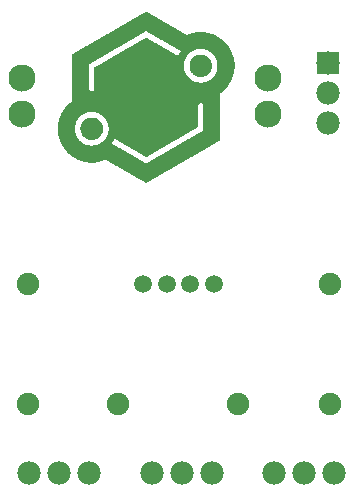
<source format=gts>
G04 MADE WITH FRITZING*
G04 WWW.FRITZING.ORG*
G04 DOUBLE SIDED*
G04 HOLES PLATED*
G04 CONTOUR ON CENTER OF CONTOUR VECTOR*
%ASAXBY*%
%FSLAX23Y23*%
%MOIN*%
%OFA0B0*%
%SFA1.0B1.0*%
%ADD10C,0.078000*%
%ADD11C,0.075000*%
%ADD12C,0.090551*%
%ADD13C,0.059055*%
%ADD14R,0.100000X0.011111*%
%ADD15R,0.078000X0.078000*%
%ADD16R,0.001000X0.001000*%
%LNCOPPER1*%
G90*
G70*
G54D10*
X1143Y1542D03*
X1143Y1442D03*
X1143Y1342D03*
G54D11*
X1151Y807D03*
X1151Y407D03*
X444Y405D03*
X844Y405D03*
X143Y807D03*
X143Y407D03*
G54D10*
X1163Y176D03*
X1063Y176D03*
X963Y176D03*
X756Y174D03*
X656Y174D03*
X556Y174D03*
X345Y174D03*
X245Y174D03*
X145Y174D03*
G54D12*
X943Y1372D03*
X942Y1491D03*
X124Y1372D03*
X123Y1491D03*
G54D13*
X762Y806D03*
X684Y806D03*
X605Y806D03*
X526Y806D03*
G54D14*
X536Y1194D03*
G54D15*
X1143Y1542D03*
G54D16*
X536Y1713D02*
X538Y1713D01*
X535Y1712D02*
X540Y1712D01*
X533Y1711D02*
X541Y1711D01*
X531Y1710D02*
X543Y1710D01*
X529Y1709D02*
X545Y1709D01*
X528Y1708D02*
X546Y1708D01*
X526Y1707D02*
X548Y1707D01*
X524Y1706D02*
X550Y1706D01*
X522Y1705D02*
X552Y1705D01*
X521Y1704D02*
X553Y1704D01*
X519Y1703D02*
X555Y1703D01*
X517Y1702D02*
X557Y1702D01*
X515Y1701D02*
X559Y1701D01*
X514Y1700D02*
X560Y1700D01*
X512Y1699D02*
X562Y1699D01*
X510Y1698D02*
X564Y1698D01*
X509Y1697D02*
X566Y1697D01*
X507Y1696D02*
X567Y1696D01*
X505Y1695D02*
X569Y1695D01*
X503Y1694D02*
X571Y1694D01*
X502Y1693D02*
X572Y1693D01*
X500Y1692D02*
X574Y1692D01*
X498Y1691D02*
X576Y1691D01*
X496Y1690D02*
X578Y1690D01*
X495Y1689D02*
X579Y1689D01*
X493Y1688D02*
X581Y1688D01*
X491Y1687D02*
X583Y1687D01*
X490Y1686D02*
X585Y1686D01*
X488Y1685D02*
X586Y1685D01*
X486Y1684D02*
X588Y1684D01*
X484Y1683D02*
X590Y1683D01*
X483Y1682D02*
X591Y1682D01*
X481Y1681D02*
X593Y1681D01*
X479Y1680D02*
X595Y1680D01*
X477Y1679D02*
X597Y1679D01*
X476Y1678D02*
X598Y1678D01*
X474Y1677D02*
X600Y1677D01*
X472Y1676D02*
X602Y1676D01*
X470Y1675D02*
X604Y1675D01*
X469Y1674D02*
X605Y1674D01*
X467Y1673D02*
X607Y1673D01*
X465Y1672D02*
X609Y1672D01*
X464Y1671D02*
X611Y1671D01*
X462Y1670D02*
X612Y1670D01*
X460Y1669D02*
X614Y1669D01*
X458Y1668D02*
X616Y1668D01*
X457Y1667D02*
X617Y1667D01*
X455Y1666D02*
X619Y1666D01*
X453Y1665D02*
X621Y1665D01*
X451Y1664D02*
X623Y1664D01*
X450Y1663D02*
X624Y1663D01*
X448Y1662D02*
X626Y1662D01*
X446Y1661D02*
X628Y1661D01*
X444Y1660D02*
X630Y1660D01*
X443Y1659D02*
X631Y1659D01*
X441Y1658D02*
X633Y1658D01*
X439Y1657D02*
X635Y1657D01*
X438Y1656D02*
X637Y1656D01*
X436Y1655D02*
X638Y1655D01*
X434Y1654D02*
X640Y1654D01*
X432Y1653D02*
X642Y1653D01*
X431Y1652D02*
X643Y1652D01*
X429Y1651D02*
X645Y1651D01*
X427Y1650D02*
X647Y1650D01*
X425Y1649D02*
X649Y1649D01*
X424Y1648D02*
X536Y1648D01*
X538Y1648D02*
X650Y1648D01*
X422Y1647D02*
X534Y1647D01*
X540Y1647D02*
X652Y1647D01*
X420Y1646D02*
X533Y1646D01*
X541Y1646D02*
X654Y1646D01*
X419Y1645D02*
X531Y1645D01*
X543Y1645D02*
X656Y1645D01*
X708Y1645D02*
X730Y1645D01*
X417Y1644D02*
X529Y1644D01*
X545Y1644D02*
X657Y1644D01*
X701Y1644D02*
X737Y1644D01*
X415Y1643D02*
X528Y1643D01*
X547Y1643D02*
X659Y1643D01*
X695Y1643D02*
X742Y1643D01*
X413Y1642D02*
X526Y1642D01*
X548Y1642D02*
X661Y1642D01*
X691Y1642D02*
X747Y1642D01*
X412Y1641D02*
X524Y1641D01*
X550Y1641D02*
X663Y1641D01*
X688Y1641D02*
X750Y1641D01*
X410Y1640D02*
X522Y1640D01*
X552Y1640D02*
X664Y1640D01*
X684Y1640D02*
X753Y1640D01*
X408Y1639D02*
X521Y1639D01*
X554Y1639D02*
X666Y1639D01*
X682Y1639D02*
X756Y1639D01*
X406Y1638D02*
X519Y1638D01*
X555Y1638D02*
X668Y1638D01*
X679Y1638D02*
X759Y1638D01*
X405Y1637D02*
X517Y1637D01*
X557Y1637D02*
X669Y1637D01*
X676Y1637D02*
X761Y1637D01*
X403Y1636D02*
X515Y1636D01*
X559Y1636D02*
X671Y1636D01*
X674Y1636D02*
X764Y1636D01*
X401Y1635D02*
X514Y1635D01*
X560Y1635D02*
X766Y1635D01*
X399Y1634D02*
X512Y1634D01*
X562Y1634D02*
X768Y1634D01*
X398Y1633D02*
X510Y1633D01*
X564Y1633D02*
X770Y1633D01*
X396Y1632D02*
X508Y1632D01*
X566Y1632D02*
X772Y1632D01*
X394Y1631D02*
X507Y1631D01*
X567Y1631D02*
X774Y1631D01*
X393Y1630D02*
X505Y1630D01*
X569Y1630D02*
X775Y1630D01*
X391Y1629D02*
X503Y1629D01*
X571Y1629D02*
X777Y1629D01*
X389Y1628D02*
X502Y1628D01*
X573Y1628D02*
X779Y1628D01*
X387Y1627D02*
X500Y1627D01*
X574Y1627D02*
X780Y1627D01*
X386Y1626D02*
X498Y1626D01*
X536Y1626D02*
X538Y1626D01*
X576Y1626D02*
X782Y1626D01*
X384Y1625D02*
X496Y1625D01*
X534Y1625D02*
X540Y1625D01*
X578Y1625D02*
X783Y1625D01*
X382Y1624D02*
X495Y1624D01*
X532Y1624D02*
X542Y1624D01*
X580Y1624D02*
X784Y1624D01*
X380Y1623D02*
X493Y1623D01*
X531Y1623D02*
X543Y1623D01*
X581Y1623D02*
X786Y1623D01*
X379Y1622D02*
X491Y1622D01*
X529Y1622D02*
X545Y1622D01*
X583Y1622D02*
X787Y1622D01*
X377Y1621D02*
X489Y1621D01*
X527Y1621D02*
X547Y1621D01*
X585Y1621D02*
X788Y1621D01*
X375Y1620D02*
X488Y1620D01*
X525Y1620D02*
X549Y1620D01*
X586Y1620D02*
X790Y1620D01*
X373Y1619D02*
X486Y1619D01*
X524Y1619D02*
X550Y1619D01*
X588Y1619D02*
X791Y1619D01*
X372Y1618D02*
X484Y1618D01*
X522Y1618D02*
X552Y1618D01*
X590Y1618D02*
X792Y1618D01*
X370Y1617D02*
X482Y1617D01*
X520Y1617D02*
X554Y1617D01*
X592Y1617D02*
X793Y1617D01*
X368Y1616D02*
X481Y1616D01*
X518Y1616D02*
X556Y1616D01*
X593Y1616D02*
X794Y1616D01*
X367Y1615D02*
X479Y1615D01*
X517Y1615D02*
X557Y1615D01*
X595Y1615D02*
X795Y1615D01*
X365Y1614D02*
X477Y1614D01*
X515Y1614D02*
X559Y1614D01*
X597Y1614D02*
X796Y1614D01*
X363Y1613D02*
X476Y1613D01*
X513Y1613D02*
X561Y1613D01*
X599Y1613D02*
X797Y1613D01*
X361Y1612D02*
X474Y1612D01*
X512Y1612D02*
X563Y1612D01*
X600Y1612D02*
X798Y1612D01*
X360Y1611D02*
X472Y1611D01*
X510Y1611D02*
X564Y1611D01*
X602Y1611D02*
X799Y1611D01*
X358Y1610D02*
X470Y1610D01*
X508Y1610D02*
X566Y1610D01*
X604Y1610D02*
X800Y1610D01*
X356Y1609D02*
X469Y1609D01*
X506Y1609D02*
X568Y1609D01*
X606Y1609D02*
X801Y1609D01*
X354Y1608D02*
X467Y1608D01*
X505Y1608D02*
X569Y1608D01*
X607Y1608D02*
X802Y1608D01*
X353Y1607D02*
X465Y1607D01*
X503Y1607D02*
X571Y1607D01*
X609Y1607D02*
X803Y1607D01*
X351Y1606D02*
X463Y1606D01*
X501Y1606D02*
X573Y1606D01*
X611Y1606D02*
X804Y1606D01*
X349Y1605D02*
X462Y1605D01*
X499Y1605D02*
X575Y1605D01*
X612Y1605D02*
X805Y1605D01*
X348Y1604D02*
X460Y1604D01*
X498Y1604D02*
X576Y1604D01*
X614Y1604D02*
X806Y1604D01*
X346Y1603D02*
X458Y1603D01*
X496Y1603D02*
X578Y1603D01*
X616Y1603D02*
X806Y1603D01*
X344Y1602D02*
X456Y1602D01*
X494Y1602D02*
X580Y1602D01*
X618Y1602D02*
X807Y1602D01*
X342Y1601D02*
X455Y1601D01*
X492Y1601D02*
X582Y1601D01*
X619Y1601D02*
X808Y1601D01*
X341Y1600D02*
X453Y1600D01*
X491Y1600D02*
X583Y1600D01*
X621Y1600D02*
X809Y1600D01*
X339Y1599D02*
X451Y1599D01*
X489Y1599D02*
X585Y1599D01*
X623Y1599D02*
X809Y1599D01*
X337Y1598D02*
X450Y1598D01*
X487Y1598D02*
X587Y1598D01*
X625Y1598D02*
X810Y1598D01*
X335Y1597D02*
X448Y1597D01*
X486Y1597D02*
X589Y1597D01*
X626Y1597D02*
X811Y1597D01*
X334Y1596D02*
X446Y1596D01*
X484Y1596D02*
X590Y1596D01*
X628Y1596D02*
X812Y1596D01*
X332Y1595D02*
X444Y1595D01*
X482Y1595D02*
X592Y1595D01*
X630Y1595D02*
X812Y1595D01*
X330Y1594D02*
X443Y1594D01*
X480Y1594D02*
X594Y1594D01*
X632Y1594D02*
X813Y1594D01*
X328Y1593D02*
X441Y1593D01*
X479Y1593D02*
X595Y1593D01*
X633Y1593D02*
X814Y1593D01*
X327Y1592D02*
X439Y1592D01*
X477Y1592D02*
X597Y1592D01*
X635Y1592D02*
X814Y1592D01*
X325Y1591D02*
X437Y1591D01*
X475Y1591D02*
X599Y1591D01*
X637Y1591D02*
X815Y1591D01*
X323Y1590D02*
X436Y1590D01*
X473Y1590D02*
X601Y1590D01*
X638Y1590D02*
X815Y1590D01*
X322Y1589D02*
X434Y1589D01*
X472Y1589D02*
X602Y1589D01*
X640Y1589D02*
X816Y1589D01*
X320Y1588D02*
X432Y1588D01*
X470Y1588D02*
X604Y1588D01*
X642Y1588D02*
X708Y1588D01*
X729Y1588D02*
X817Y1588D01*
X318Y1587D02*
X430Y1587D01*
X468Y1587D02*
X606Y1587D01*
X644Y1587D02*
X704Y1587D01*
X734Y1587D02*
X817Y1587D01*
X316Y1586D02*
X429Y1586D01*
X467Y1586D02*
X608Y1586D01*
X645Y1586D02*
X700Y1586D01*
X737Y1586D02*
X818Y1586D01*
X315Y1585D02*
X427Y1585D01*
X465Y1585D02*
X609Y1585D01*
X647Y1585D02*
X698Y1585D01*
X740Y1585D02*
X818Y1585D01*
X313Y1584D02*
X425Y1584D01*
X463Y1584D02*
X611Y1584D01*
X649Y1584D02*
X695Y1584D01*
X742Y1584D02*
X819Y1584D01*
X311Y1583D02*
X424Y1583D01*
X461Y1583D02*
X613Y1583D01*
X651Y1583D02*
X693Y1583D01*
X744Y1583D02*
X819Y1583D01*
X309Y1582D02*
X422Y1582D01*
X460Y1582D02*
X615Y1582D01*
X652Y1582D02*
X691Y1582D01*
X746Y1582D02*
X820Y1582D01*
X308Y1581D02*
X420Y1581D01*
X458Y1581D02*
X616Y1581D01*
X652Y1581D02*
X690Y1581D01*
X748Y1581D02*
X820Y1581D01*
X306Y1580D02*
X418Y1580D01*
X456Y1580D02*
X618Y1580D01*
X651Y1580D02*
X688Y1580D01*
X750Y1580D02*
X821Y1580D01*
X304Y1579D02*
X417Y1579D01*
X454Y1579D02*
X620Y1579D01*
X651Y1579D02*
X686Y1579D01*
X751Y1579D02*
X821Y1579D01*
X302Y1578D02*
X415Y1578D01*
X453Y1578D02*
X621Y1578D01*
X650Y1578D02*
X685Y1578D01*
X752Y1578D02*
X822Y1578D01*
X301Y1577D02*
X413Y1577D01*
X451Y1577D02*
X623Y1577D01*
X649Y1577D02*
X684Y1577D01*
X754Y1577D02*
X822Y1577D01*
X299Y1576D02*
X411Y1576D01*
X449Y1576D02*
X625Y1576D01*
X649Y1576D02*
X682Y1576D01*
X755Y1576D02*
X822Y1576D01*
X297Y1575D02*
X410Y1575D01*
X447Y1575D02*
X627Y1575D01*
X648Y1575D02*
X681Y1575D01*
X756Y1575D02*
X823Y1575D01*
X296Y1574D02*
X408Y1574D01*
X446Y1574D02*
X628Y1574D01*
X647Y1574D02*
X680Y1574D01*
X757Y1574D02*
X823Y1574D01*
X294Y1573D02*
X406Y1573D01*
X444Y1573D02*
X630Y1573D01*
X647Y1573D02*
X679Y1573D01*
X758Y1573D02*
X824Y1573D01*
X292Y1572D02*
X404Y1572D01*
X442Y1572D02*
X632Y1572D01*
X646Y1572D02*
X678Y1572D01*
X759Y1572D02*
X824Y1572D01*
X290Y1571D02*
X403Y1571D01*
X441Y1571D02*
X634Y1571D01*
X646Y1571D02*
X677Y1571D01*
X760Y1571D02*
X824Y1571D01*
X290Y1570D02*
X401Y1570D01*
X439Y1570D02*
X635Y1570D01*
X645Y1570D02*
X676Y1570D01*
X714Y1570D02*
X724Y1570D01*
X761Y1570D02*
X825Y1570D01*
X290Y1569D02*
X399Y1569D01*
X437Y1569D02*
X637Y1569D01*
X645Y1569D02*
X675Y1569D01*
X709Y1569D02*
X729Y1569D01*
X762Y1569D02*
X825Y1569D01*
X290Y1568D02*
X398Y1568D01*
X435Y1568D02*
X639Y1568D01*
X644Y1568D02*
X675Y1568D01*
X706Y1568D02*
X732Y1568D01*
X763Y1568D02*
X825Y1568D01*
X290Y1567D02*
X396Y1567D01*
X434Y1567D02*
X641Y1567D01*
X644Y1567D02*
X674Y1567D01*
X703Y1567D02*
X734Y1567D01*
X764Y1567D02*
X826Y1567D01*
X290Y1566D02*
X394Y1566D01*
X432Y1566D02*
X673Y1566D01*
X701Y1566D02*
X736Y1566D01*
X764Y1566D02*
X826Y1566D01*
X290Y1565D02*
X392Y1565D01*
X430Y1565D02*
X672Y1565D01*
X700Y1565D02*
X738Y1565D01*
X765Y1565D02*
X826Y1565D01*
X290Y1564D02*
X391Y1564D01*
X428Y1564D02*
X672Y1564D01*
X698Y1564D02*
X739Y1564D01*
X766Y1564D02*
X827Y1564D01*
X290Y1563D02*
X389Y1563D01*
X427Y1563D02*
X671Y1563D01*
X697Y1563D02*
X741Y1563D01*
X767Y1563D02*
X827Y1563D01*
X290Y1562D02*
X387Y1562D01*
X425Y1562D02*
X670Y1562D01*
X695Y1562D02*
X742Y1562D01*
X767Y1562D02*
X827Y1562D01*
X290Y1561D02*
X385Y1561D01*
X423Y1561D02*
X670Y1561D01*
X694Y1561D02*
X743Y1561D01*
X768Y1561D02*
X828Y1561D01*
X290Y1560D02*
X384Y1560D01*
X421Y1560D02*
X669Y1560D01*
X693Y1560D02*
X744Y1560D01*
X768Y1560D02*
X828Y1560D01*
X290Y1559D02*
X382Y1559D01*
X420Y1559D02*
X669Y1559D01*
X692Y1559D02*
X745Y1559D01*
X769Y1559D02*
X828Y1559D01*
X290Y1558D02*
X380Y1558D01*
X418Y1558D02*
X668Y1558D01*
X691Y1558D02*
X746Y1558D01*
X769Y1558D02*
X828Y1558D01*
X290Y1557D02*
X379Y1557D01*
X416Y1557D02*
X668Y1557D01*
X690Y1557D02*
X747Y1557D01*
X770Y1557D02*
X828Y1557D01*
X290Y1556D02*
X377Y1556D01*
X415Y1556D02*
X667Y1556D01*
X690Y1556D02*
X748Y1556D01*
X770Y1556D02*
X829Y1556D01*
X290Y1555D02*
X375Y1555D01*
X413Y1555D02*
X667Y1555D01*
X689Y1555D02*
X749Y1555D01*
X771Y1555D02*
X829Y1555D01*
X290Y1554D02*
X373Y1554D01*
X411Y1554D02*
X666Y1554D01*
X688Y1554D02*
X749Y1554D01*
X771Y1554D02*
X829Y1554D01*
X290Y1553D02*
X372Y1553D01*
X409Y1553D02*
X666Y1553D01*
X687Y1553D02*
X750Y1553D01*
X772Y1553D02*
X829Y1553D01*
X290Y1552D02*
X370Y1552D01*
X408Y1552D02*
X666Y1552D01*
X687Y1552D02*
X751Y1552D01*
X772Y1552D02*
X829Y1552D01*
X290Y1551D02*
X368Y1551D01*
X406Y1551D02*
X665Y1551D01*
X686Y1551D02*
X751Y1551D01*
X772Y1551D02*
X830Y1551D01*
X290Y1550D02*
X366Y1550D01*
X404Y1550D02*
X665Y1550D01*
X686Y1550D02*
X752Y1550D01*
X773Y1550D02*
X830Y1550D01*
X290Y1549D02*
X365Y1549D01*
X402Y1549D02*
X664Y1549D01*
X685Y1549D02*
X752Y1549D01*
X773Y1549D02*
X830Y1549D01*
X290Y1548D02*
X363Y1548D01*
X401Y1548D02*
X664Y1548D01*
X685Y1548D02*
X753Y1548D01*
X773Y1548D02*
X830Y1548D01*
X290Y1547D02*
X361Y1547D01*
X399Y1547D02*
X664Y1547D01*
X684Y1547D02*
X753Y1547D01*
X774Y1547D02*
X830Y1547D01*
X290Y1546D02*
X359Y1546D01*
X397Y1546D02*
X664Y1546D01*
X684Y1546D02*
X754Y1546D01*
X774Y1546D02*
X830Y1546D01*
X290Y1545D02*
X358Y1545D01*
X395Y1545D02*
X663Y1545D01*
X684Y1545D02*
X754Y1545D01*
X774Y1545D02*
X830Y1545D01*
X290Y1544D02*
X356Y1544D01*
X394Y1544D02*
X663Y1544D01*
X683Y1544D02*
X754Y1544D01*
X774Y1544D02*
X831Y1544D01*
X290Y1543D02*
X354Y1543D01*
X392Y1543D02*
X663Y1543D01*
X683Y1543D02*
X755Y1543D01*
X774Y1543D02*
X831Y1543D01*
X290Y1542D02*
X353Y1542D01*
X390Y1542D02*
X663Y1542D01*
X683Y1542D02*
X755Y1542D01*
X775Y1542D02*
X831Y1542D01*
X290Y1541D02*
X351Y1541D01*
X389Y1541D02*
X663Y1541D01*
X682Y1541D02*
X755Y1541D01*
X775Y1541D02*
X831Y1541D01*
X290Y1540D02*
X349Y1540D01*
X387Y1540D02*
X663Y1540D01*
X682Y1540D02*
X755Y1540D01*
X775Y1540D02*
X831Y1540D01*
X290Y1539D02*
X347Y1539D01*
X385Y1539D02*
X662Y1539D01*
X682Y1539D02*
X755Y1539D01*
X775Y1539D02*
X831Y1539D01*
X290Y1538D02*
X346Y1538D01*
X383Y1538D02*
X662Y1538D01*
X682Y1538D02*
X756Y1538D01*
X775Y1538D02*
X831Y1538D01*
X290Y1537D02*
X346Y1537D01*
X382Y1537D02*
X662Y1537D01*
X682Y1537D02*
X756Y1537D01*
X775Y1537D02*
X831Y1537D01*
X290Y1536D02*
X346Y1536D01*
X380Y1536D02*
X662Y1536D01*
X682Y1536D02*
X756Y1536D01*
X775Y1536D02*
X831Y1536D01*
X290Y1535D02*
X346Y1535D01*
X378Y1535D02*
X662Y1535D01*
X682Y1535D02*
X756Y1535D01*
X775Y1535D02*
X831Y1535D01*
X290Y1534D02*
X346Y1534D01*
X376Y1534D02*
X662Y1534D01*
X682Y1534D02*
X756Y1534D01*
X775Y1534D02*
X831Y1534D01*
X290Y1533D02*
X346Y1533D01*
X375Y1533D02*
X662Y1533D01*
X682Y1533D02*
X756Y1533D01*
X775Y1533D02*
X831Y1533D01*
X290Y1532D02*
X346Y1532D01*
X373Y1532D02*
X662Y1532D01*
X682Y1532D02*
X756Y1532D01*
X775Y1532D02*
X831Y1532D01*
X290Y1531D02*
X346Y1531D01*
X371Y1531D02*
X662Y1531D01*
X682Y1531D02*
X756Y1531D01*
X775Y1531D02*
X831Y1531D01*
X290Y1530D02*
X346Y1530D01*
X370Y1530D02*
X662Y1530D01*
X682Y1530D02*
X756Y1530D01*
X775Y1530D02*
X831Y1530D01*
X290Y1529D02*
X346Y1529D01*
X368Y1529D02*
X662Y1529D01*
X682Y1529D02*
X756Y1529D01*
X775Y1529D02*
X831Y1529D01*
X290Y1528D02*
X346Y1528D01*
X366Y1528D02*
X662Y1528D01*
X682Y1528D02*
X756Y1528D01*
X775Y1528D02*
X831Y1528D01*
X290Y1527D02*
X346Y1527D01*
X365Y1527D02*
X662Y1527D01*
X682Y1527D02*
X756Y1527D01*
X775Y1527D02*
X831Y1527D01*
X290Y1526D02*
X346Y1526D01*
X365Y1526D02*
X663Y1526D01*
X682Y1526D02*
X755Y1526D01*
X775Y1526D02*
X831Y1526D01*
X290Y1525D02*
X346Y1525D01*
X365Y1525D02*
X663Y1525D01*
X682Y1525D02*
X755Y1525D01*
X775Y1525D02*
X831Y1525D01*
X290Y1524D02*
X346Y1524D01*
X365Y1524D02*
X663Y1524D01*
X683Y1524D02*
X755Y1524D01*
X775Y1524D02*
X831Y1524D01*
X290Y1523D02*
X346Y1523D01*
X365Y1523D02*
X663Y1523D01*
X683Y1523D02*
X755Y1523D01*
X775Y1523D02*
X831Y1523D01*
X290Y1522D02*
X346Y1522D01*
X365Y1522D02*
X663Y1522D01*
X683Y1522D02*
X754Y1522D01*
X774Y1522D02*
X831Y1522D01*
X290Y1521D02*
X346Y1521D01*
X365Y1521D02*
X663Y1521D01*
X683Y1521D02*
X754Y1521D01*
X774Y1521D02*
X830Y1521D01*
X290Y1520D02*
X346Y1520D01*
X365Y1520D02*
X664Y1520D01*
X684Y1520D02*
X754Y1520D01*
X774Y1520D02*
X830Y1520D01*
X290Y1519D02*
X346Y1519D01*
X365Y1519D02*
X664Y1519D01*
X684Y1519D02*
X753Y1519D01*
X774Y1519D02*
X830Y1519D01*
X290Y1518D02*
X346Y1518D01*
X365Y1518D02*
X664Y1518D01*
X685Y1518D02*
X753Y1518D01*
X773Y1518D02*
X830Y1518D01*
X290Y1517D02*
X346Y1517D01*
X365Y1517D02*
X664Y1517D01*
X685Y1517D02*
X753Y1517D01*
X773Y1517D02*
X830Y1517D01*
X290Y1516D02*
X346Y1516D01*
X365Y1516D02*
X665Y1516D01*
X685Y1516D02*
X752Y1516D01*
X773Y1516D02*
X830Y1516D01*
X290Y1515D02*
X346Y1515D01*
X365Y1515D02*
X665Y1515D01*
X686Y1515D02*
X752Y1515D01*
X773Y1515D02*
X830Y1515D01*
X290Y1514D02*
X346Y1514D01*
X365Y1514D02*
X665Y1514D01*
X687Y1514D02*
X751Y1514D01*
X772Y1514D02*
X829Y1514D01*
X290Y1513D02*
X346Y1513D01*
X365Y1513D02*
X666Y1513D01*
X687Y1513D02*
X750Y1513D01*
X772Y1513D02*
X829Y1513D01*
X290Y1512D02*
X346Y1512D01*
X365Y1512D02*
X666Y1512D01*
X688Y1512D02*
X750Y1512D01*
X771Y1512D02*
X829Y1512D01*
X290Y1511D02*
X346Y1511D01*
X365Y1511D02*
X666Y1511D01*
X688Y1511D02*
X749Y1511D01*
X771Y1511D02*
X829Y1511D01*
X290Y1510D02*
X346Y1510D01*
X365Y1510D02*
X667Y1510D01*
X689Y1510D02*
X748Y1510D01*
X771Y1510D02*
X829Y1510D01*
X290Y1509D02*
X346Y1509D01*
X365Y1509D02*
X667Y1509D01*
X690Y1509D02*
X748Y1509D01*
X770Y1509D02*
X829Y1509D01*
X290Y1508D02*
X346Y1508D01*
X365Y1508D02*
X668Y1508D01*
X691Y1508D02*
X747Y1508D01*
X770Y1508D02*
X828Y1508D01*
X290Y1507D02*
X346Y1507D01*
X365Y1507D02*
X668Y1507D01*
X692Y1507D02*
X746Y1507D01*
X769Y1507D02*
X828Y1507D01*
X290Y1506D02*
X346Y1506D01*
X365Y1506D02*
X669Y1506D01*
X693Y1506D02*
X745Y1506D01*
X769Y1506D02*
X828Y1506D01*
X290Y1505D02*
X346Y1505D01*
X365Y1505D02*
X669Y1505D01*
X694Y1505D02*
X744Y1505D01*
X768Y1505D02*
X828Y1505D01*
X290Y1504D02*
X346Y1504D01*
X365Y1504D02*
X670Y1504D01*
X695Y1504D02*
X743Y1504D01*
X767Y1504D02*
X827Y1504D01*
X290Y1503D02*
X346Y1503D01*
X365Y1503D02*
X671Y1503D01*
X696Y1503D02*
X741Y1503D01*
X767Y1503D02*
X827Y1503D01*
X290Y1502D02*
X346Y1502D01*
X365Y1502D02*
X671Y1502D01*
X697Y1502D02*
X740Y1502D01*
X766Y1502D02*
X827Y1502D01*
X290Y1501D02*
X346Y1501D01*
X365Y1501D02*
X672Y1501D01*
X699Y1501D02*
X739Y1501D01*
X766Y1501D02*
X826Y1501D01*
X290Y1500D02*
X346Y1500D01*
X365Y1500D02*
X673Y1500D01*
X701Y1500D02*
X737Y1500D01*
X765Y1500D02*
X826Y1500D01*
X290Y1499D02*
X346Y1499D01*
X365Y1499D02*
X673Y1499D01*
X702Y1499D02*
X735Y1499D01*
X764Y1499D02*
X826Y1499D01*
X290Y1498D02*
X346Y1498D01*
X365Y1498D02*
X674Y1498D01*
X705Y1498D02*
X733Y1498D01*
X763Y1498D02*
X826Y1498D01*
X290Y1497D02*
X346Y1497D01*
X365Y1497D02*
X675Y1497D01*
X707Y1497D02*
X730Y1497D01*
X763Y1497D02*
X825Y1497D01*
X290Y1496D02*
X346Y1496D01*
X365Y1496D02*
X676Y1496D01*
X711Y1496D02*
X727Y1496D01*
X762Y1496D02*
X825Y1496D01*
X290Y1495D02*
X346Y1495D01*
X365Y1495D02*
X677Y1495D01*
X761Y1495D02*
X825Y1495D01*
X290Y1494D02*
X346Y1494D01*
X365Y1494D02*
X678Y1494D01*
X760Y1494D02*
X824Y1494D01*
X290Y1493D02*
X346Y1493D01*
X365Y1493D02*
X679Y1493D01*
X759Y1493D02*
X824Y1493D01*
X290Y1492D02*
X346Y1492D01*
X365Y1492D02*
X680Y1492D01*
X758Y1492D02*
X823Y1492D01*
X290Y1491D02*
X346Y1491D01*
X365Y1491D02*
X681Y1491D01*
X757Y1491D02*
X823Y1491D01*
X290Y1490D02*
X346Y1490D01*
X365Y1490D02*
X682Y1490D01*
X756Y1490D02*
X823Y1490D01*
X290Y1489D02*
X346Y1489D01*
X365Y1489D02*
X683Y1489D01*
X754Y1489D02*
X822Y1489D01*
X290Y1488D02*
X346Y1488D01*
X365Y1488D02*
X684Y1488D01*
X753Y1488D02*
X822Y1488D01*
X290Y1487D02*
X346Y1487D01*
X365Y1487D02*
X686Y1487D01*
X752Y1487D02*
X821Y1487D01*
X290Y1486D02*
X346Y1486D01*
X365Y1486D02*
X687Y1486D01*
X750Y1486D02*
X821Y1486D01*
X290Y1485D02*
X346Y1485D01*
X365Y1485D02*
X689Y1485D01*
X749Y1485D02*
X820Y1485D01*
X290Y1484D02*
X346Y1484D01*
X365Y1484D02*
X690Y1484D01*
X747Y1484D02*
X820Y1484D01*
X290Y1483D02*
X346Y1483D01*
X365Y1483D02*
X692Y1483D01*
X745Y1483D02*
X819Y1483D01*
X290Y1482D02*
X346Y1482D01*
X365Y1482D02*
X694Y1482D01*
X743Y1482D02*
X819Y1482D01*
X290Y1481D02*
X346Y1481D01*
X365Y1481D02*
X696Y1481D01*
X741Y1481D02*
X818Y1481D01*
X290Y1480D02*
X346Y1480D01*
X365Y1480D02*
X699Y1480D01*
X738Y1480D02*
X818Y1480D01*
X290Y1479D02*
X346Y1479D01*
X365Y1479D02*
X702Y1479D01*
X735Y1479D02*
X817Y1479D01*
X290Y1478D02*
X346Y1478D01*
X365Y1478D02*
X706Y1478D01*
X732Y1478D02*
X817Y1478D01*
X290Y1477D02*
X346Y1477D01*
X365Y1477D02*
X712Y1477D01*
X726Y1477D02*
X816Y1477D01*
X290Y1476D02*
X346Y1476D01*
X365Y1476D02*
X816Y1476D01*
X290Y1475D02*
X346Y1475D01*
X365Y1475D02*
X815Y1475D01*
X290Y1474D02*
X346Y1474D01*
X365Y1474D02*
X814Y1474D01*
X290Y1473D02*
X346Y1473D01*
X365Y1473D02*
X814Y1473D01*
X290Y1472D02*
X346Y1472D01*
X365Y1472D02*
X813Y1472D01*
X290Y1471D02*
X346Y1471D01*
X365Y1471D02*
X813Y1471D01*
X290Y1470D02*
X346Y1470D01*
X365Y1470D02*
X812Y1470D01*
X290Y1469D02*
X346Y1469D01*
X365Y1469D02*
X811Y1469D01*
X290Y1468D02*
X346Y1468D01*
X365Y1468D02*
X810Y1468D01*
X290Y1467D02*
X346Y1467D01*
X365Y1467D02*
X810Y1467D01*
X290Y1466D02*
X346Y1466D01*
X365Y1466D02*
X809Y1466D01*
X290Y1465D02*
X346Y1465D01*
X365Y1465D02*
X808Y1465D01*
X290Y1464D02*
X346Y1464D01*
X365Y1464D02*
X808Y1464D01*
X290Y1463D02*
X346Y1463D01*
X365Y1463D02*
X807Y1463D01*
X290Y1462D02*
X346Y1462D01*
X365Y1462D02*
X806Y1462D01*
X290Y1461D02*
X346Y1461D01*
X365Y1461D02*
X805Y1461D01*
X290Y1460D02*
X346Y1460D01*
X365Y1460D02*
X804Y1460D01*
X290Y1459D02*
X346Y1459D01*
X365Y1459D02*
X803Y1459D01*
X290Y1458D02*
X346Y1458D01*
X365Y1458D02*
X803Y1458D01*
X290Y1457D02*
X346Y1457D01*
X365Y1457D02*
X802Y1457D01*
X290Y1456D02*
X346Y1456D01*
X365Y1456D02*
X801Y1456D01*
X290Y1455D02*
X346Y1455D01*
X365Y1455D02*
X800Y1455D01*
X290Y1454D02*
X346Y1454D01*
X364Y1454D02*
X799Y1454D01*
X290Y1453D02*
X347Y1453D01*
X364Y1453D02*
X798Y1453D01*
X290Y1452D02*
X347Y1452D01*
X363Y1452D02*
X797Y1452D01*
X290Y1451D02*
X348Y1451D01*
X363Y1451D02*
X796Y1451D01*
X290Y1450D02*
X349Y1450D01*
X361Y1450D02*
X795Y1450D01*
X290Y1449D02*
X351Y1449D01*
X360Y1449D02*
X794Y1449D01*
X290Y1448D02*
X792Y1448D01*
X290Y1447D02*
X791Y1447D01*
X290Y1446D02*
X790Y1446D01*
X290Y1445D02*
X789Y1445D01*
X290Y1444D02*
X788Y1444D01*
X290Y1443D02*
X786Y1443D01*
X290Y1442D02*
X785Y1442D01*
X290Y1441D02*
X784Y1441D01*
X290Y1440D02*
X784Y1440D01*
X290Y1439D02*
X784Y1439D01*
X290Y1438D02*
X784Y1438D01*
X290Y1437D02*
X784Y1437D01*
X290Y1436D02*
X784Y1436D01*
X290Y1435D02*
X784Y1435D01*
X290Y1434D02*
X784Y1434D01*
X290Y1433D02*
X784Y1433D01*
X290Y1432D02*
X784Y1432D01*
X290Y1431D02*
X784Y1431D01*
X290Y1430D02*
X784Y1430D01*
X290Y1429D02*
X784Y1429D01*
X290Y1428D02*
X784Y1428D01*
X290Y1427D02*
X784Y1427D01*
X290Y1426D02*
X784Y1426D01*
X290Y1425D02*
X784Y1425D01*
X290Y1424D02*
X784Y1424D01*
X290Y1423D02*
X784Y1423D01*
X290Y1422D02*
X784Y1422D01*
X290Y1421D02*
X784Y1421D01*
X290Y1420D02*
X784Y1420D01*
X290Y1419D02*
X784Y1419D01*
X290Y1418D02*
X784Y1418D01*
X290Y1417D02*
X784Y1417D01*
X290Y1416D02*
X784Y1416D01*
X290Y1415D02*
X784Y1415D01*
X289Y1414D02*
X784Y1414D01*
X288Y1413D02*
X784Y1413D01*
X287Y1412D02*
X784Y1412D01*
X286Y1411D02*
X784Y1411D01*
X284Y1410D02*
X784Y1410D01*
X283Y1409D02*
X784Y1409D01*
X282Y1408D02*
X784Y1408D01*
X281Y1407D02*
X715Y1407D01*
X723Y1407D02*
X784Y1407D01*
X280Y1406D02*
X713Y1406D01*
X724Y1406D02*
X784Y1406D01*
X279Y1405D02*
X712Y1405D01*
X726Y1405D02*
X784Y1405D01*
X278Y1404D02*
X711Y1404D01*
X727Y1404D02*
X784Y1404D01*
X277Y1403D02*
X710Y1403D01*
X727Y1403D02*
X784Y1403D01*
X276Y1402D02*
X710Y1402D01*
X728Y1402D02*
X784Y1402D01*
X275Y1401D02*
X709Y1401D01*
X728Y1401D02*
X784Y1401D01*
X274Y1400D02*
X709Y1400D01*
X728Y1400D02*
X784Y1400D01*
X273Y1399D02*
X709Y1399D01*
X728Y1399D02*
X784Y1399D01*
X272Y1398D02*
X709Y1398D01*
X728Y1398D02*
X784Y1398D01*
X271Y1397D02*
X709Y1397D01*
X728Y1397D02*
X784Y1397D01*
X270Y1396D02*
X709Y1396D01*
X728Y1396D02*
X784Y1396D01*
X269Y1395D02*
X709Y1395D01*
X728Y1395D02*
X784Y1395D01*
X268Y1394D02*
X709Y1394D01*
X728Y1394D02*
X784Y1394D01*
X268Y1393D02*
X709Y1393D01*
X728Y1393D02*
X784Y1393D01*
X267Y1392D02*
X709Y1392D01*
X728Y1392D02*
X784Y1392D01*
X266Y1391D02*
X709Y1391D01*
X728Y1391D02*
X784Y1391D01*
X265Y1390D02*
X709Y1390D01*
X728Y1390D02*
X784Y1390D01*
X265Y1389D02*
X709Y1389D01*
X728Y1389D02*
X784Y1389D01*
X264Y1388D02*
X709Y1388D01*
X728Y1388D02*
X784Y1388D01*
X263Y1387D02*
X709Y1387D01*
X728Y1387D02*
X784Y1387D01*
X262Y1386D02*
X709Y1386D01*
X728Y1386D02*
X784Y1386D01*
X262Y1385D02*
X709Y1385D01*
X728Y1385D02*
X784Y1385D01*
X261Y1384D02*
X709Y1384D01*
X728Y1384D02*
X784Y1384D01*
X260Y1383D02*
X709Y1383D01*
X728Y1383D02*
X784Y1383D01*
X260Y1382D02*
X709Y1382D01*
X728Y1382D02*
X784Y1382D01*
X259Y1381D02*
X709Y1381D01*
X728Y1381D02*
X784Y1381D01*
X259Y1380D02*
X709Y1380D01*
X728Y1380D02*
X784Y1380D01*
X258Y1379D02*
X353Y1379D01*
X357Y1379D02*
X709Y1379D01*
X728Y1379D02*
X784Y1379D01*
X258Y1378D02*
X344Y1378D01*
X367Y1378D02*
X709Y1378D01*
X728Y1378D02*
X784Y1378D01*
X257Y1377D02*
X340Y1377D01*
X371Y1377D02*
X709Y1377D01*
X728Y1377D02*
X784Y1377D01*
X256Y1376D02*
X337Y1376D01*
X374Y1376D02*
X709Y1376D01*
X728Y1376D02*
X784Y1376D01*
X256Y1375D02*
X334Y1375D01*
X377Y1375D02*
X709Y1375D01*
X728Y1375D02*
X784Y1375D01*
X255Y1374D02*
X332Y1374D01*
X379Y1374D02*
X709Y1374D01*
X728Y1374D02*
X784Y1374D01*
X255Y1373D02*
X330Y1373D01*
X381Y1373D02*
X709Y1373D01*
X728Y1373D02*
X784Y1373D01*
X254Y1372D02*
X328Y1372D01*
X383Y1372D02*
X709Y1372D01*
X728Y1372D02*
X784Y1372D01*
X254Y1371D02*
X326Y1371D01*
X385Y1371D02*
X709Y1371D01*
X728Y1371D02*
X784Y1371D01*
X253Y1370D02*
X324Y1370D01*
X386Y1370D02*
X709Y1370D01*
X728Y1370D02*
X784Y1370D01*
X253Y1369D02*
X323Y1369D01*
X388Y1369D02*
X709Y1369D01*
X728Y1369D02*
X784Y1369D01*
X252Y1368D02*
X321Y1368D01*
X389Y1368D02*
X709Y1368D01*
X728Y1368D02*
X784Y1368D01*
X252Y1367D02*
X320Y1367D01*
X391Y1367D02*
X709Y1367D01*
X728Y1367D02*
X784Y1367D01*
X252Y1366D02*
X319Y1366D01*
X392Y1366D02*
X709Y1366D01*
X728Y1366D02*
X784Y1366D01*
X251Y1365D02*
X318Y1365D01*
X393Y1365D02*
X709Y1365D01*
X728Y1365D02*
X784Y1365D01*
X251Y1364D02*
X317Y1364D01*
X394Y1364D02*
X709Y1364D01*
X728Y1364D02*
X784Y1364D01*
X250Y1363D02*
X316Y1363D01*
X395Y1363D02*
X709Y1363D01*
X728Y1363D02*
X784Y1363D01*
X250Y1362D02*
X315Y1362D01*
X396Y1362D02*
X709Y1362D01*
X728Y1362D02*
X784Y1362D01*
X250Y1361D02*
X314Y1361D01*
X397Y1361D02*
X709Y1361D01*
X728Y1361D02*
X784Y1361D01*
X249Y1360D02*
X313Y1360D01*
X349Y1360D02*
X362Y1360D01*
X398Y1360D02*
X709Y1360D01*
X728Y1360D02*
X784Y1360D01*
X249Y1359D02*
X312Y1359D01*
X345Y1359D02*
X366Y1359D01*
X399Y1359D02*
X709Y1359D01*
X728Y1359D02*
X784Y1359D01*
X249Y1358D02*
X311Y1358D01*
X342Y1358D02*
X369Y1358D01*
X400Y1358D02*
X709Y1358D01*
X728Y1358D02*
X784Y1358D01*
X248Y1357D02*
X310Y1357D01*
X340Y1357D02*
X371Y1357D01*
X400Y1357D02*
X709Y1357D01*
X728Y1357D02*
X784Y1357D01*
X248Y1356D02*
X310Y1356D01*
X338Y1356D02*
X373Y1356D01*
X401Y1356D02*
X709Y1356D01*
X728Y1356D02*
X784Y1356D01*
X248Y1355D02*
X309Y1355D01*
X336Y1355D02*
X375Y1355D01*
X402Y1355D02*
X709Y1355D01*
X728Y1355D02*
X784Y1355D01*
X247Y1354D02*
X308Y1354D01*
X334Y1354D02*
X376Y1354D01*
X403Y1354D02*
X709Y1354D01*
X728Y1354D02*
X784Y1354D01*
X247Y1353D02*
X307Y1353D01*
X333Y1353D02*
X378Y1353D01*
X403Y1353D02*
X709Y1353D01*
X728Y1353D02*
X784Y1353D01*
X247Y1352D02*
X307Y1352D01*
X332Y1352D02*
X379Y1352D01*
X404Y1352D02*
X709Y1352D01*
X728Y1352D02*
X784Y1352D01*
X247Y1351D02*
X306Y1351D01*
X331Y1351D02*
X380Y1351D01*
X404Y1351D02*
X709Y1351D01*
X728Y1351D02*
X784Y1351D01*
X246Y1350D02*
X306Y1350D01*
X330Y1350D02*
X381Y1350D01*
X405Y1350D02*
X709Y1350D01*
X728Y1350D02*
X784Y1350D01*
X246Y1349D02*
X305Y1349D01*
X329Y1349D02*
X382Y1349D01*
X406Y1349D02*
X709Y1349D01*
X728Y1349D02*
X784Y1349D01*
X246Y1348D02*
X305Y1348D01*
X328Y1348D02*
X383Y1348D01*
X406Y1348D02*
X709Y1348D01*
X728Y1348D02*
X784Y1348D01*
X246Y1347D02*
X304Y1347D01*
X327Y1347D02*
X384Y1347D01*
X407Y1347D02*
X709Y1347D01*
X728Y1347D02*
X784Y1347D01*
X245Y1346D02*
X304Y1346D01*
X326Y1346D02*
X385Y1346D01*
X407Y1346D02*
X709Y1346D01*
X728Y1346D02*
X784Y1346D01*
X245Y1345D02*
X303Y1345D01*
X325Y1345D02*
X385Y1345D01*
X407Y1345D02*
X709Y1345D01*
X728Y1345D02*
X784Y1345D01*
X245Y1344D02*
X303Y1344D01*
X325Y1344D02*
X386Y1344D01*
X408Y1344D02*
X709Y1344D01*
X728Y1344D02*
X784Y1344D01*
X245Y1343D02*
X302Y1343D01*
X324Y1343D02*
X387Y1343D01*
X408Y1343D02*
X709Y1343D01*
X728Y1343D02*
X784Y1343D01*
X245Y1342D02*
X302Y1342D01*
X323Y1342D02*
X387Y1342D01*
X409Y1342D02*
X709Y1342D01*
X728Y1342D02*
X784Y1342D01*
X245Y1341D02*
X302Y1341D01*
X323Y1341D02*
X388Y1341D01*
X409Y1341D02*
X709Y1341D01*
X728Y1341D02*
X784Y1341D01*
X244Y1340D02*
X301Y1340D01*
X322Y1340D02*
X388Y1340D01*
X409Y1340D02*
X709Y1340D01*
X728Y1340D02*
X784Y1340D01*
X244Y1339D02*
X301Y1339D01*
X322Y1339D02*
X389Y1339D01*
X410Y1339D02*
X709Y1339D01*
X728Y1339D02*
X784Y1339D01*
X244Y1338D02*
X301Y1338D01*
X321Y1338D02*
X389Y1338D01*
X410Y1338D02*
X709Y1338D01*
X728Y1338D02*
X784Y1338D01*
X244Y1337D02*
X301Y1337D01*
X321Y1337D02*
X390Y1337D01*
X410Y1337D02*
X709Y1337D01*
X728Y1337D02*
X784Y1337D01*
X244Y1336D02*
X300Y1336D01*
X320Y1336D02*
X390Y1336D01*
X410Y1336D02*
X709Y1336D01*
X728Y1336D02*
X784Y1336D01*
X244Y1335D02*
X300Y1335D01*
X320Y1335D02*
X391Y1335D01*
X411Y1335D02*
X709Y1335D01*
X728Y1335D02*
X784Y1335D01*
X244Y1334D02*
X300Y1334D01*
X320Y1334D02*
X391Y1334D01*
X411Y1334D02*
X709Y1334D01*
X728Y1334D02*
X784Y1334D01*
X244Y1333D02*
X300Y1333D01*
X319Y1333D02*
X391Y1333D01*
X411Y1333D02*
X709Y1333D01*
X728Y1333D02*
X784Y1333D01*
X243Y1332D02*
X299Y1332D01*
X319Y1332D02*
X391Y1332D01*
X411Y1332D02*
X709Y1332D01*
X728Y1332D02*
X784Y1332D01*
X243Y1331D02*
X299Y1331D01*
X319Y1331D02*
X392Y1331D01*
X411Y1331D02*
X709Y1331D01*
X728Y1331D02*
X784Y1331D01*
X243Y1330D02*
X299Y1330D01*
X319Y1330D02*
X392Y1330D01*
X412Y1330D02*
X709Y1330D01*
X728Y1330D02*
X784Y1330D01*
X243Y1329D02*
X299Y1329D01*
X319Y1329D02*
X392Y1329D01*
X412Y1329D02*
X709Y1329D01*
X728Y1329D02*
X784Y1329D01*
X243Y1328D02*
X299Y1328D01*
X318Y1328D02*
X392Y1328D01*
X412Y1328D02*
X709Y1328D01*
X728Y1328D02*
X784Y1328D01*
X243Y1327D02*
X299Y1327D01*
X318Y1327D02*
X392Y1327D01*
X412Y1327D02*
X707Y1327D01*
X728Y1327D02*
X784Y1327D01*
X243Y1326D02*
X299Y1326D01*
X318Y1326D02*
X392Y1326D01*
X412Y1326D02*
X705Y1326D01*
X728Y1326D02*
X784Y1326D01*
X243Y1325D02*
X299Y1325D01*
X318Y1325D02*
X392Y1325D01*
X412Y1325D02*
X703Y1325D01*
X728Y1325D02*
X784Y1325D01*
X243Y1324D02*
X299Y1324D01*
X318Y1324D02*
X393Y1324D01*
X412Y1324D02*
X702Y1324D01*
X728Y1324D02*
X784Y1324D01*
X243Y1323D02*
X299Y1323D01*
X318Y1323D02*
X393Y1323D01*
X412Y1323D02*
X700Y1323D01*
X728Y1323D02*
X784Y1323D01*
X243Y1322D02*
X299Y1322D01*
X318Y1322D02*
X393Y1322D01*
X412Y1322D02*
X698Y1322D01*
X728Y1322D02*
X784Y1322D01*
X243Y1321D02*
X299Y1321D01*
X318Y1321D02*
X392Y1321D01*
X412Y1321D02*
X697Y1321D01*
X728Y1321D02*
X784Y1321D01*
X243Y1320D02*
X299Y1320D01*
X318Y1320D02*
X392Y1320D01*
X412Y1320D02*
X695Y1320D01*
X728Y1320D02*
X784Y1320D01*
X243Y1319D02*
X299Y1319D01*
X318Y1319D02*
X392Y1319D01*
X412Y1319D02*
X693Y1319D01*
X728Y1319D02*
X784Y1319D01*
X243Y1318D02*
X299Y1318D01*
X318Y1318D02*
X392Y1318D01*
X412Y1318D02*
X691Y1318D01*
X728Y1318D02*
X784Y1318D01*
X243Y1317D02*
X299Y1317D01*
X319Y1317D02*
X392Y1317D01*
X412Y1317D02*
X690Y1317D01*
X727Y1317D02*
X784Y1317D01*
X243Y1316D02*
X299Y1316D01*
X319Y1316D02*
X392Y1316D01*
X412Y1316D02*
X688Y1316D01*
X726Y1316D02*
X784Y1316D01*
X243Y1315D02*
X299Y1315D01*
X319Y1315D02*
X392Y1315D01*
X411Y1315D02*
X686Y1315D01*
X724Y1315D02*
X784Y1315D01*
X243Y1314D02*
X299Y1314D01*
X319Y1314D02*
X391Y1314D01*
X411Y1314D02*
X684Y1314D01*
X722Y1314D02*
X784Y1314D01*
X243Y1313D02*
X300Y1313D01*
X319Y1313D02*
X391Y1313D01*
X411Y1313D02*
X683Y1313D01*
X720Y1313D02*
X784Y1313D01*
X244Y1312D02*
X300Y1312D01*
X320Y1312D02*
X391Y1312D01*
X411Y1312D02*
X681Y1312D01*
X719Y1312D02*
X784Y1312D01*
X244Y1311D02*
X300Y1311D01*
X320Y1311D02*
X391Y1311D01*
X411Y1311D02*
X679Y1311D01*
X717Y1311D02*
X784Y1311D01*
X244Y1310D02*
X300Y1310D01*
X320Y1310D02*
X390Y1310D01*
X410Y1310D02*
X677Y1310D01*
X715Y1310D02*
X784Y1310D01*
X244Y1309D02*
X300Y1309D01*
X321Y1309D02*
X390Y1309D01*
X410Y1309D02*
X676Y1309D01*
X713Y1309D02*
X784Y1309D01*
X244Y1308D02*
X301Y1308D01*
X321Y1308D02*
X390Y1308D01*
X410Y1308D02*
X674Y1308D01*
X712Y1308D02*
X784Y1308D01*
X244Y1307D02*
X301Y1307D01*
X322Y1307D02*
X389Y1307D01*
X410Y1307D02*
X672Y1307D01*
X710Y1307D02*
X784Y1307D01*
X244Y1306D02*
X301Y1306D01*
X322Y1306D02*
X389Y1306D01*
X409Y1306D02*
X671Y1306D01*
X708Y1306D02*
X784Y1306D01*
X244Y1305D02*
X302Y1305D01*
X323Y1305D02*
X388Y1305D01*
X409Y1305D02*
X669Y1305D01*
X707Y1305D02*
X784Y1305D01*
X245Y1304D02*
X302Y1304D01*
X323Y1304D02*
X387Y1304D01*
X409Y1304D02*
X667Y1304D01*
X705Y1304D02*
X784Y1304D01*
X245Y1303D02*
X302Y1303D01*
X324Y1303D02*
X387Y1303D01*
X408Y1303D02*
X665Y1303D01*
X703Y1303D02*
X784Y1303D01*
X245Y1302D02*
X303Y1302D01*
X324Y1302D02*
X386Y1302D01*
X408Y1302D02*
X664Y1302D01*
X701Y1302D02*
X784Y1302D01*
X245Y1301D02*
X303Y1301D01*
X325Y1301D02*
X386Y1301D01*
X408Y1301D02*
X662Y1301D01*
X700Y1301D02*
X784Y1301D01*
X245Y1300D02*
X304Y1300D01*
X326Y1300D02*
X385Y1300D01*
X407Y1300D02*
X660Y1300D01*
X698Y1300D02*
X784Y1300D01*
X246Y1299D02*
X304Y1299D01*
X327Y1299D02*
X384Y1299D01*
X407Y1299D02*
X658Y1299D01*
X696Y1299D02*
X784Y1299D01*
X246Y1298D02*
X305Y1298D01*
X328Y1298D02*
X383Y1298D01*
X406Y1298D02*
X657Y1298D01*
X694Y1298D02*
X784Y1298D01*
X246Y1297D02*
X305Y1297D01*
X328Y1297D02*
X382Y1297D01*
X406Y1297D02*
X655Y1297D01*
X693Y1297D02*
X784Y1297D01*
X246Y1296D02*
X306Y1296D01*
X329Y1296D02*
X381Y1296D01*
X405Y1296D02*
X653Y1296D01*
X691Y1296D02*
X784Y1296D01*
X247Y1295D02*
X306Y1295D01*
X331Y1295D02*
X380Y1295D01*
X405Y1295D02*
X651Y1295D01*
X689Y1295D02*
X784Y1295D01*
X247Y1294D02*
X307Y1294D01*
X332Y1294D02*
X379Y1294D01*
X404Y1294D02*
X650Y1294D01*
X687Y1294D02*
X784Y1294D01*
X247Y1293D02*
X307Y1293D01*
X333Y1293D02*
X378Y1293D01*
X403Y1293D02*
X648Y1293D01*
X686Y1293D02*
X784Y1293D01*
X247Y1292D02*
X308Y1292D01*
X334Y1292D02*
X376Y1292D01*
X403Y1292D02*
X646Y1292D01*
X684Y1292D02*
X784Y1292D01*
X248Y1291D02*
X309Y1291D01*
X336Y1291D02*
X375Y1291D01*
X402Y1291D02*
X645Y1291D01*
X682Y1291D02*
X784Y1291D01*
X248Y1290D02*
X309Y1290D01*
X337Y1290D02*
X373Y1290D01*
X401Y1290D02*
X643Y1290D01*
X681Y1290D02*
X784Y1290D01*
X248Y1289D02*
X310Y1289D01*
X339Y1289D02*
X371Y1289D01*
X401Y1289D02*
X430Y1289D01*
X433Y1289D02*
X641Y1289D01*
X679Y1289D02*
X784Y1289D01*
X249Y1288D02*
X311Y1288D01*
X342Y1288D02*
X369Y1288D01*
X400Y1288D02*
X430Y1288D01*
X435Y1288D02*
X639Y1288D01*
X677Y1288D02*
X784Y1288D01*
X249Y1287D02*
X312Y1287D01*
X344Y1287D02*
X366Y1287D01*
X399Y1287D02*
X430Y1287D01*
X436Y1287D02*
X638Y1287D01*
X675Y1287D02*
X784Y1287D01*
X249Y1286D02*
X313Y1286D01*
X348Y1286D02*
X362Y1286D01*
X398Y1286D02*
X429Y1286D01*
X438Y1286D02*
X636Y1286D01*
X674Y1286D02*
X784Y1286D01*
X250Y1285D02*
X314Y1285D01*
X397Y1285D02*
X429Y1285D01*
X440Y1285D02*
X634Y1285D01*
X672Y1285D02*
X784Y1285D01*
X250Y1284D02*
X314Y1284D01*
X396Y1284D02*
X428Y1284D01*
X442Y1284D02*
X632Y1284D01*
X670Y1284D02*
X783Y1284D01*
X250Y1283D02*
X315Y1283D01*
X395Y1283D02*
X427Y1283D01*
X443Y1283D02*
X631Y1283D01*
X668Y1283D02*
X781Y1283D01*
X251Y1282D02*
X316Y1282D01*
X394Y1282D02*
X427Y1282D01*
X445Y1282D02*
X629Y1282D01*
X667Y1282D02*
X779Y1282D01*
X251Y1281D02*
X318Y1281D01*
X393Y1281D02*
X426Y1281D01*
X447Y1281D02*
X627Y1281D01*
X665Y1281D02*
X777Y1281D01*
X252Y1280D02*
X319Y1280D01*
X392Y1280D02*
X426Y1280D01*
X449Y1280D02*
X625Y1280D01*
X663Y1280D02*
X776Y1280D01*
X252Y1279D02*
X320Y1279D01*
X391Y1279D02*
X425Y1279D01*
X450Y1279D02*
X624Y1279D01*
X661Y1279D02*
X774Y1279D01*
X252Y1278D02*
X321Y1278D01*
X389Y1278D02*
X424Y1278D01*
X452Y1278D02*
X622Y1278D01*
X660Y1278D02*
X772Y1278D01*
X253Y1277D02*
X323Y1277D01*
X388Y1277D02*
X424Y1277D01*
X454Y1277D02*
X620Y1277D01*
X658Y1277D02*
X770Y1277D01*
X253Y1276D02*
X324Y1276D01*
X387Y1276D02*
X423Y1276D01*
X456Y1276D02*
X619Y1276D01*
X656Y1276D02*
X769Y1276D01*
X254Y1275D02*
X326Y1275D01*
X385Y1275D02*
X422Y1275D01*
X457Y1275D02*
X617Y1275D01*
X655Y1275D02*
X767Y1275D01*
X254Y1274D02*
X327Y1274D01*
X383Y1274D02*
X422Y1274D01*
X459Y1274D02*
X615Y1274D01*
X653Y1274D02*
X765Y1274D01*
X255Y1273D02*
X329Y1273D01*
X381Y1273D02*
X423Y1273D01*
X461Y1273D02*
X613Y1273D01*
X651Y1273D02*
X764Y1273D01*
X255Y1272D02*
X331Y1272D01*
X379Y1272D02*
X425Y1272D01*
X462Y1272D02*
X612Y1272D01*
X649Y1272D02*
X762Y1272D01*
X256Y1271D02*
X334Y1271D01*
X377Y1271D02*
X426Y1271D01*
X464Y1271D02*
X610Y1271D01*
X648Y1271D02*
X760Y1271D01*
X256Y1270D02*
X336Y1270D01*
X374Y1270D02*
X428Y1270D01*
X466Y1270D02*
X608Y1270D01*
X646Y1270D02*
X758Y1270D01*
X257Y1269D02*
X339Y1269D01*
X371Y1269D02*
X430Y1269D01*
X468Y1269D02*
X606Y1269D01*
X644Y1269D02*
X757Y1269D01*
X257Y1268D02*
X343Y1268D01*
X368Y1268D02*
X432Y1268D01*
X469Y1268D02*
X605Y1268D01*
X642Y1268D02*
X755Y1268D01*
X258Y1267D02*
X350Y1267D01*
X360Y1267D02*
X433Y1267D01*
X471Y1267D02*
X603Y1267D01*
X641Y1267D02*
X753Y1267D01*
X258Y1266D02*
X435Y1266D01*
X473Y1266D02*
X601Y1266D01*
X639Y1266D02*
X751Y1266D01*
X259Y1265D02*
X437Y1265D01*
X475Y1265D02*
X599Y1265D01*
X637Y1265D02*
X750Y1265D01*
X260Y1264D02*
X439Y1264D01*
X476Y1264D02*
X598Y1264D01*
X636Y1264D02*
X748Y1264D01*
X260Y1263D02*
X440Y1263D01*
X478Y1263D02*
X596Y1263D01*
X634Y1263D02*
X746Y1263D01*
X261Y1262D02*
X442Y1262D01*
X480Y1262D02*
X594Y1262D01*
X632Y1262D02*
X744Y1262D01*
X262Y1261D02*
X444Y1261D01*
X482Y1261D02*
X593Y1261D01*
X630Y1261D02*
X743Y1261D01*
X262Y1260D02*
X445Y1260D01*
X483Y1260D02*
X591Y1260D01*
X629Y1260D02*
X741Y1260D01*
X263Y1259D02*
X447Y1259D01*
X485Y1259D02*
X589Y1259D01*
X627Y1259D02*
X739Y1259D01*
X264Y1258D02*
X449Y1258D01*
X487Y1258D02*
X587Y1258D01*
X625Y1258D02*
X738Y1258D01*
X264Y1257D02*
X451Y1257D01*
X488Y1257D02*
X586Y1257D01*
X623Y1257D02*
X736Y1257D01*
X265Y1256D02*
X452Y1256D01*
X490Y1256D02*
X584Y1256D01*
X622Y1256D02*
X734Y1256D01*
X266Y1255D02*
X454Y1255D01*
X492Y1255D02*
X582Y1255D01*
X620Y1255D02*
X732Y1255D01*
X267Y1254D02*
X456Y1254D01*
X494Y1254D02*
X580Y1254D01*
X618Y1254D02*
X731Y1254D01*
X267Y1253D02*
X458Y1253D01*
X495Y1253D02*
X579Y1253D01*
X616Y1253D02*
X729Y1253D01*
X268Y1252D02*
X459Y1252D01*
X497Y1252D02*
X577Y1252D01*
X615Y1252D02*
X727Y1252D01*
X269Y1251D02*
X461Y1251D01*
X499Y1251D02*
X575Y1251D01*
X613Y1251D02*
X725Y1251D01*
X270Y1250D02*
X463Y1250D01*
X501Y1250D02*
X573Y1250D01*
X611Y1250D02*
X724Y1250D01*
X271Y1249D02*
X465Y1249D01*
X502Y1249D02*
X572Y1249D01*
X610Y1249D02*
X722Y1249D01*
X272Y1248D02*
X466Y1248D01*
X504Y1248D02*
X570Y1248D01*
X608Y1248D02*
X720Y1248D01*
X273Y1247D02*
X468Y1247D01*
X506Y1247D02*
X568Y1247D01*
X606Y1247D02*
X718Y1247D01*
X274Y1246D02*
X470Y1246D01*
X508Y1246D02*
X567Y1246D01*
X604Y1246D02*
X717Y1246D01*
X274Y1245D02*
X471Y1245D01*
X509Y1245D02*
X565Y1245D01*
X603Y1245D02*
X715Y1245D01*
X275Y1244D02*
X473Y1244D01*
X511Y1244D02*
X563Y1244D01*
X601Y1244D02*
X713Y1244D01*
X276Y1243D02*
X475Y1243D01*
X513Y1243D02*
X561Y1243D01*
X599Y1243D02*
X712Y1243D01*
X277Y1242D02*
X477Y1242D01*
X514Y1242D02*
X560Y1242D01*
X597Y1242D02*
X710Y1242D01*
X278Y1241D02*
X478Y1241D01*
X516Y1241D02*
X558Y1241D01*
X596Y1241D02*
X708Y1241D01*
X280Y1240D02*
X480Y1240D01*
X518Y1240D02*
X556Y1240D01*
X594Y1240D02*
X706Y1240D01*
X281Y1239D02*
X482Y1239D01*
X520Y1239D02*
X554Y1239D01*
X592Y1239D02*
X705Y1239D01*
X282Y1238D02*
X484Y1238D01*
X521Y1238D02*
X553Y1238D01*
X590Y1238D02*
X703Y1238D01*
X283Y1237D02*
X485Y1237D01*
X523Y1237D02*
X551Y1237D01*
X589Y1237D02*
X701Y1237D01*
X284Y1236D02*
X487Y1236D01*
X525Y1236D02*
X549Y1236D01*
X587Y1236D02*
X699Y1236D01*
X285Y1235D02*
X489Y1235D01*
X527Y1235D02*
X548Y1235D01*
X585Y1235D02*
X698Y1235D01*
X287Y1234D02*
X491Y1234D01*
X528Y1234D02*
X546Y1234D01*
X584Y1234D02*
X696Y1234D01*
X288Y1233D02*
X492Y1233D01*
X530Y1233D02*
X544Y1233D01*
X582Y1233D02*
X694Y1233D01*
X289Y1232D02*
X494Y1232D01*
X532Y1232D02*
X542Y1232D01*
X580Y1232D02*
X693Y1232D01*
X291Y1231D02*
X496Y1231D01*
X534Y1231D02*
X541Y1231D01*
X578Y1231D02*
X691Y1231D01*
X292Y1230D02*
X497Y1230D01*
X535Y1230D02*
X539Y1230D01*
X577Y1230D02*
X689Y1230D01*
X293Y1229D02*
X499Y1229D01*
X537Y1229D02*
X537Y1229D01*
X575Y1229D02*
X687Y1229D01*
X295Y1228D02*
X501Y1228D01*
X573Y1228D02*
X686Y1228D01*
X297Y1227D02*
X503Y1227D01*
X571Y1227D02*
X684Y1227D01*
X298Y1226D02*
X504Y1226D01*
X570Y1226D02*
X682Y1226D01*
X300Y1225D02*
X506Y1225D01*
X568Y1225D02*
X680Y1225D01*
X302Y1224D02*
X508Y1224D01*
X566Y1224D02*
X679Y1224D01*
X304Y1223D02*
X510Y1223D01*
X564Y1223D02*
X677Y1223D01*
X305Y1222D02*
X511Y1222D01*
X563Y1222D02*
X675Y1222D01*
X307Y1221D02*
X513Y1221D01*
X561Y1221D02*
X673Y1221D01*
X310Y1220D02*
X515Y1220D01*
X559Y1220D02*
X672Y1220D01*
X312Y1219D02*
X399Y1219D01*
X404Y1219D02*
X517Y1219D01*
X558Y1219D02*
X670Y1219D01*
X314Y1218D02*
X396Y1218D01*
X406Y1218D02*
X518Y1218D01*
X556Y1218D02*
X668Y1218D01*
X317Y1217D02*
X393Y1217D01*
X408Y1217D02*
X520Y1217D01*
X554Y1217D02*
X667Y1217D01*
X320Y1216D02*
X391Y1216D01*
X409Y1216D02*
X522Y1216D01*
X552Y1216D02*
X665Y1216D01*
X323Y1215D02*
X387Y1215D01*
X411Y1215D02*
X523Y1215D01*
X551Y1215D02*
X663Y1215D01*
X326Y1214D02*
X384Y1214D01*
X413Y1214D02*
X525Y1214D01*
X549Y1214D02*
X661Y1214D01*
X330Y1213D02*
X380Y1213D01*
X414Y1213D02*
X527Y1213D01*
X547Y1213D02*
X660Y1213D01*
X335Y1212D02*
X375Y1212D01*
X416Y1212D02*
X529Y1212D01*
X545Y1212D02*
X658Y1212D01*
X342Y1211D02*
X369Y1211D01*
X418Y1211D02*
X530Y1211D01*
X544Y1211D02*
X656Y1211D01*
X420Y1210D02*
X532Y1210D01*
X542Y1210D02*
X654Y1210D01*
X421Y1209D02*
X534Y1209D01*
X540Y1209D02*
X653Y1209D01*
X423Y1208D02*
X536Y1208D01*
X539Y1208D02*
X651Y1208D01*
X425Y1207D02*
X649Y1207D01*
X427Y1206D02*
X647Y1206D01*
X428Y1205D02*
X646Y1205D01*
X430Y1204D02*
X644Y1204D01*
X432Y1203D02*
X642Y1203D01*
X434Y1202D02*
X641Y1202D01*
X435Y1201D02*
X639Y1201D01*
X437Y1200D02*
X637Y1200D01*
X439Y1199D02*
X635Y1199D01*
X440Y1198D02*
X634Y1198D01*
X442Y1197D02*
X632Y1197D01*
X444Y1196D02*
X630Y1196D01*
X446Y1195D02*
X628Y1195D01*
X447Y1194D02*
X627Y1194D01*
X449Y1193D02*
X625Y1193D01*
X451Y1192D02*
X623Y1192D01*
X453Y1191D02*
X621Y1191D01*
X454Y1190D02*
X620Y1190D01*
X456Y1189D02*
X618Y1189D01*
X458Y1188D02*
X616Y1188D01*
X460Y1187D02*
X615Y1187D01*
X461Y1186D02*
X613Y1186D01*
X463Y1185D02*
X611Y1185D01*
X465Y1184D02*
X609Y1184D01*
X466Y1183D02*
X608Y1183D01*
X468Y1182D02*
X606Y1182D01*
X470Y1181D02*
X604Y1181D01*
X472Y1180D02*
X602Y1180D01*
X473Y1179D02*
X601Y1179D01*
X475Y1178D02*
X599Y1178D01*
X477Y1177D02*
X597Y1177D01*
X479Y1176D02*
X596Y1176D01*
X480Y1175D02*
X594Y1175D01*
X482Y1174D02*
X592Y1174D01*
X484Y1173D02*
X590Y1173D01*
X485Y1172D02*
X589Y1172D01*
X487Y1171D02*
X587Y1171D01*
X489Y1170D02*
X585Y1170D01*
X491Y1169D02*
X583Y1169D01*
X492Y1168D02*
X582Y1168D01*
X494Y1167D02*
X580Y1167D01*
X496Y1166D02*
X578Y1166D01*
X498Y1165D02*
X576Y1165D01*
X499Y1164D02*
X575Y1164D01*
X501Y1163D02*
X573Y1163D01*
X503Y1162D02*
X571Y1162D01*
X505Y1161D02*
X570Y1161D01*
X506Y1160D02*
X568Y1160D01*
X508Y1159D02*
X566Y1159D01*
X510Y1158D02*
X564Y1158D01*
X511Y1157D02*
X563Y1157D01*
X513Y1156D02*
X561Y1156D01*
X515Y1155D02*
X559Y1155D01*
X517Y1154D02*
X557Y1154D01*
X518Y1153D02*
X556Y1153D01*
X520Y1152D02*
X554Y1152D01*
X522Y1151D02*
X552Y1151D01*
X524Y1150D02*
X550Y1150D01*
X525Y1149D02*
X549Y1149D01*
X527Y1148D02*
X547Y1148D01*
X529Y1147D02*
X545Y1147D01*
X531Y1146D02*
X544Y1146D01*
X532Y1145D02*
X542Y1145D01*
X534Y1144D02*
X540Y1144D01*
X536Y1143D02*
X538Y1143D01*
D02*
G04 End of Copper1*
M02*
</source>
